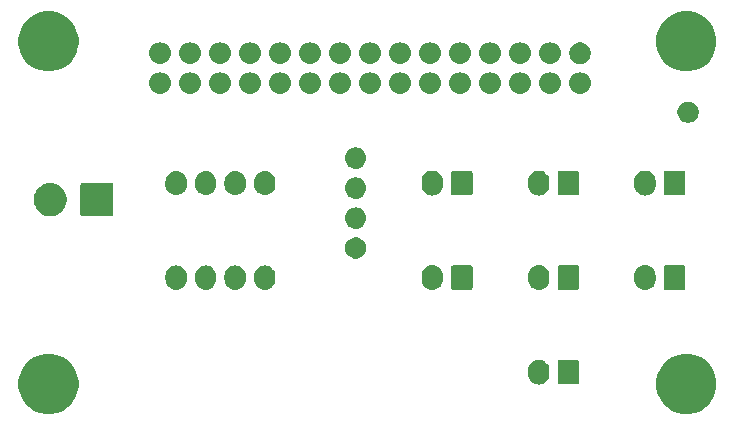
<source format=gbs>
G04 #@! TF.GenerationSoftware,KiCad,Pcbnew,(5.1.4-0-10_14)*
G04 #@! TF.CreationDate,2019-10-10T23:12:08+03:00*
G04 #@! TF.ProjectId,RibbonCable_MB_BreakdownBoard,52696262-6f6e-4436-9162-6c655f4d425f,rev?*
G04 #@! TF.SameCoordinates,Original*
G04 #@! TF.FileFunction,Soldermask,Bot*
G04 #@! TF.FilePolarity,Negative*
%FSLAX46Y46*%
G04 Gerber Fmt 4.6, Leading zero omitted, Abs format (unit mm)*
G04 Created by KiCad (PCBNEW (5.1.4-0-10_14)) date 2019-10-10 23:12:08*
%MOMM*%
%LPD*%
G04 APERTURE LIST*
%ADD10C,0.150000*%
G04 APERTURE END LIST*
D10*
G36*
X163744098Y-99547033D02*
G01*
X164208350Y-99739332D01*
X164208352Y-99739333D01*
X164626168Y-100018509D01*
X164981491Y-100373832D01*
X165181639Y-100673375D01*
X165260668Y-100791650D01*
X165452967Y-101255902D01*
X165551000Y-101748747D01*
X165551000Y-102251253D01*
X165452967Y-102744098D01*
X165260668Y-103208350D01*
X165260667Y-103208352D01*
X164981491Y-103626168D01*
X164626168Y-103981491D01*
X164208352Y-104260667D01*
X164208351Y-104260668D01*
X164208350Y-104260668D01*
X163744098Y-104452967D01*
X163251253Y-104551000D01*
X162748747Y-104551000D01*
X162255902Y-104452967D01*
X161791650Y-104260668D01*
X161791649Y-104260668D01*
X161791648Y-104260667D01*
X161373832Y-103981491D01*
X161018509Y-103626168D01*
X160739333Y-103208352D01*
X160739332Y-103208350D01*
X160547033Y-102744098D01*
X160449000Y-102251253D01*
X160449000Y-101748747D01*
X160547033Y-101255902D01*
X160739332Y-100791650D01*
X160818361Y-100673375D01*
X161018509Y-100373832D01*
X161373832Y-100018509D01*
X161791648Y-99739333D01*
X161791650Y-99739332D01*
X162255902Y-99547033D01*
X162748747Y-99449000D01*
X163251253Y-99449000D01*
X163744098Y-99547033D01*
X163744098Y-99547033D01*
G37*
G36*
X109744098Y-99547033D02*
G01*
X110208350Y-99739332D01*
X110208352Y-99739333D01*
X110626168Y-100018509D01*
X110981491Y-100373832D01*
X111181639Y-100673375D01*
X111260668Y-100791650D01*
X111452967Y-101255902D01*
X111551000Y-101748747D01*
X111551000Y-102251253D01*
X111452967Y-102744098D01*
X111260668Y-103208350D01*
X111260667Y-103208352D01*
X110981491Y-103626168D01*
X110626168Y-103981491D01*
X110208352Y-104260667D01*
X110208351Y-104260668D01*
X110208350Y-104260668D01*
X109744098Y-104452967D01*
X109251253Y-104551000D01*
X108748747Y-104551000D01*
X108255902Y-104452967D01*
X107791650Y-104260668D01*
X107791649Y-104260668D01*
X107791648Y-104260667D01*
X107373832Y-103981491D01*
X107018509Y-103626168D01*
X106739333Y-103208352D01*
X106739332Y-103208350D01*
X106547033Y-102744098D01*
X106449000Y-102251253D01*
X106449000Y-101748747D01*
X106547033Y-101255902D01*
X106739332Y-100791650D01*
X106818361Y-100673375D01*
X107018509Y-100373832D01*
X107373832Y-100018509D01*
X107791648Y-99739333D01*
X107791650Y-99739332D01*
X108255902Y-99547033D01*
X108748747Y-99449000D01*
X109251253Y-99449000D01*
X109744098Y-99547033D01*
X109744098Y-99547033D01*
G37*
G36*
X150676627Y-99962037D02*
G01*
X150846466Y-100013557D01*
X150846468Y-100013558D01*
X150870899Y-100026617D01*
X151002991Y-100097222D01*
X151038729Y-100126552D01*
X151140186Y-100209814D01*
X151223448Y-100311271D01*
X151252778Y-100347009D01*
X151336443Y-100503534D01*
X151387963Y-100673374D01*
X151401000Y-100805743D01*
X151401000Y-101194258D01*
X151387963Y-101326627D01*
X151336443Y-101496466D01*
X151252778Y-101652991D01*
X151223448Y-101688729D01*
X151140186Y-101790186D01*
X151002989Y-101902779D01*
X150846467Y-101986442D01*
X150846465Y-101986443D01*
X150676626Y-102037963D01*
X150500000Y-102055359D01*
X150323373Y-102037963D01*
X150153534Y-101986443D01*
X149997009Y-101902778D01*
X149954750Y-101868097D01*
X149859814Y-101790186D01*
X149747221Y-101652989D01*
X149663558Y-101496467D01*
X149663557Y-101496465D01*
X149612037Y-101326626D01*
X149599000Y-101194257D01*
X149599000Y-100805742D01*
X149612037Y-100673373D01*
X149663557Y-100503534D01*
X149747222Y-100347009D01*
X149859815Y-100209815D01*
X149997010Y-100097222D01*
X150129102Y-100026617D01*
X150153533Y-100013558D01*
X150153535Y-100013557D01*
X150323374Y-99962037D01*
X150500000Y-99944641D01*
X150676627Y-99962037D01*
X150676627Y-99962037D01*
G37*
G36*
X153758600Y-99952989D02*
G01*
X153791652Y-99963015D01*
X153822103Y-99979292D01*
X153848799Y-100001201D01*
X153870708Y-100027897D01*
X153886985Y-100058348D01*
X153897011Y-100091400D01*
X153901000Y-100131903D01*
X153901000Y-101868097D01*
X153897011Y-101908600D01*
X153886985Y-101941652D01*
X153870708Y-101972103D01*
X153848799Y-101998799D01*
X153822103Y-102020708D01*
X153791652Y-102036985D01*
X153758600Y-102047011D01*
X153718097Y-102051000D01*
X152281903Y-102051000D01*
X152241400Y-102047011D01*
X152208348Y-102036985D01*
X152177897Y-102020708D01*
X152151201Y-101998799D01*
X152129292Y-101972103D01*
X152113015Y-101941652D01*
X152102989Y-101908600D01*
X152099000Y-101868097D01*
X152099000Y-100131903D01*
X152102989Y-100091400D01*
X152113015Y-100058348D01*
X152129292Y-100027897D01*
X152151201Y-100001201D01*
X152177897Y-99979292D01*
X152208348Y-99963015D01*
X152241400Y-99952989D01*
X152281903Y-99949000D01*
X153718097Y-99949000D01*
X153758600Y-99952989D01*
X153758600Y-99952989D01*
G37*
G36*
X141676627Y-91962037D02*
G01*
X141846466Y-92013557D01*
X142002991Y-92097222D01*
X142033452Y-92122221D01*
X142140186Y-92209814D01*
X142223448Y-92311271D01*
X142252778Y-92347009D01*
X142336443Y-92503534D01*
X142387963Y-92673374D01*
X142401000Y-92805743D01*
X142401000Y-93194258D01*
X142387963Y-93326627D01*
X142336443Y-93496466D01*
X142252778Y-93652991D01*
X142223448Y-93688729D01*
X142140186Y-93790186D01*
X142002989Y-93902779D01*
X141846467Y-93986442D01*
X141846465Y-93986443D01*
X141676626Y-94037963D01*
X141500000Y-94055359D01*
X141323373Y-94037963D01*
X141153534Y-93986443D01*
X140997009Y-93902778D01*
X140954750Y-93868097D01*
X140859814Y-93790186D01*
X140747221Y-93652989D01*
X140663558Y-93496467D01*
X140663557Y-93496465D01*
X140612037Y-93326626D01*
X140599000Y-93194257D01*
X140599000Y-92805742D01*
X140612037Y-92673373D01*
X140663557Y-92503534D01*
X140747222Y-92347009D01*
X140859815Y-92209815D01*
X140997010Y-92097222D01*
X141153535Y-92013557D01*
X141323374Y-91962037D01*
X141500000Y-91944641D01*
X141676627Y-91962037D01*
X141676627Y-91962037D01*
G37*
G36*
X150676627Y-91962037D02*
G01*
X150846466Y-92013557D01*
X151002991Y-92097222D01*
X151033452Y-92122221D01*
X151140186Y-92209814D01*
X151223448Y-92311271D01*
X151252778Y-92347009D01*
X151336443Y-92503534D01*
X151387963Y-92673374D01*
X151401000Y-92805743D01*
X151401000Y-93194258D01*
X151387963Y-93326627D01*
X151336443Y-93496466D01*
X151252778Y-93652991D01*
X151223448Y-93688729D01*
X151140186Y-93790186D01*
X151002989Y-93902779D01*
X150846467Y-93986442D01*
X150846465Y-93986443D01*
X150676626Y-94037963D01*
X150500000Y-94055359D01*
X150323373Y-94037963D01*
X150153534Y-93986443D01*
X149997009Y-93902778D01*
X149954750Y-93868097D01*
X149859814Y-93790186D01*
X149747221Y-93652989D01*
X149663558Y-93496467D01*
X149663557Y-93496465D01*
X149612037Y-93326626D01*
X149599000Y-93194257D01*
X149599000Y-92805742D01*
X149612037Y-92673373D01*
X149663557Y-92503534D01*
X149747222Y-92347009D01*
X149859815Y-92209815D01*
X149997010Y-92097222D01*
X150153535Y-92013557D01*
X150323374Y-91962037D01*
X150500000Y-91944641D01*
X150676627Y-91962037D01*
X150676627Y-91962037D01*
G37*
G36*
X159676627Y-91962037D02*
G01*
X159846466Y-92013557D01*
X160002991Y-92097222D01*
X160033452Y-92122221D01*
X160140186Y-92209814D01*
X160223448Y-92311271D01*
X160252778Y-92347009D01*
X160336443Y-92503534D01*
X160387963Y-92673374D01*
X160401000Y-92805743D01*
X160401000Y-93194258D01*
X160387963Y-93326627D01*
X160336443Y-93496466D01*
X160252778Y-93652991D01*
X160223448Y-93688729D01*
X160140186Y-93790186D01*
X160002989Y-93902779D01*
X159846467Y-93986442D01*
X159846465Y-93986443D01*
X159676626Y-94037963D01*
X159500000Y-94055359D01*
X159323373Y-94037963D01*
X159153534Y-93986443D01*
X158997009Y-93902778D01*
X158954750Y-93868097D01*
X158859814Y-93790186D01*
X158747221Y-93652989D01*
X158663558Y-93496467D01*
X158663557Y-93496465D01*
X158612037Y-93326626D01*
X158599000Y-93194257D01*
X158599000Y-92805742D01*
X158612037Y-92673373D01*
X158663557Y-92503534D01*
X158747222Y-92347009D01*
X158859815Y-92209815D01*
X158997010Y-92097222D01*
X159153535Y-92013557D01*
X159323374Y-91962037D01*
X159500000Y-91944641D01*
X159676627Y-91962037D01*
X159676627Y-91962037D01*
G37*
G36*
X162758600Y-91952989D02*
G01*
X162791652Y-91963015D01*
X162822103Y-91979292D01*
X162848799Y-92001201D01*
X162870708Y-92027897D01*
X162886985Y-92058348D01*
X162897011Y-92091400D01*
X162901000Y-92131903D01*
X162901000Y-93868097D01*
X162897011Y-93908600D01*
X162886985Y-93941652D01*
X162870708Y-93972103D01*
X162848799Y-93998799D01*
X162822103Y-94020708D01*
X162791652Y-94036985D01*
X162758600Y-94047011D01*
X162718097Y-94051000D01*
X161281903Y-94051000D01*
X161241400Y-94047011D01*
X161208348Y-94036985D01*
X161177897Y-94020708D01*
X161151201Y-93998799D01*
X161129292Y-93972103D01*
X161113015Y-93941652D01*
X161102989Y-93908600D01*
X161099000Y-93868097D01*
X161099000Y-92131903D01*
X161102989Y-92091400D01*
X161113015Y-92058348D01*
X161129292Y-92027897D01*
X161151201Y-92001201D01*
X161177897Y-91979292D01*
X161208348Y-91963015D01*
X161241400Y-91952989D01*
X161281903Y-91949000D01*
X162718097Y-91949000D01*
X162758600Y-91952989D01*
X162758600Y-91952989D01*
G37*
G36*
X153758600Y-91952989D02*
G01*
X153791652Y-91963015D01*
X153822103Y-91979292D01*
X153848799Y-92001201D01*
X153870708Y-92027897D01*
X153886985Y-92058348D01*
X153897011Y-92091400D01*
X153901000Y-92131903D01*
X153901000Y-93868097D01*
X153897011Y-93908600D01*
X153886985Y-93941652D01*
X153870708Y-93972103D01*
X153848799Y-93998799D01*
X153822103Y-94020708D01*
X153791652Y-94036985D01*
X153758600Y-94047011D01*
X153718097Y-94051000D01*
X152281903Y-94051000D01*
X152241400Y-94047011D01*
X152208348Y-94036985D01*
X152177897Y-94020708D01*
X152151201Y-93998799D01*
X152129292Y-93972103D01*
X152113015Y-93941652D01*
X152102989Y-93908600D01*
X152099000Y-93868097D01*
X152099000Y-92131903D01*
X152102989Y-92091400D01*
X152113015Y-92058348D01*
X152129292Y-92027897D01*
X152151201Y-92001201D01*
X152177897Y-91979292D01*
X152208348Y-91963015D01*
X152241400Y-91952989D01*
X152281903Y-91949000D01*
X153718097Y-91949000D01*
X153758600Y-91952989D01*
X153758600Y-91952989D01*
G37*
G36*
X144758600Y-91952989D02*
G01*
X144791652Y-91963015D01*
X144822103Y-91979292D01*
X144848799Y-92001201D01*
X144870708Y-92027897D01*
X144886985Y-92058348D01*
X144897011Y-92091400D01*
X144901000Y-92131903D01*
X144901000Y-93868097D01*
X144897011Y-93908600D01*
X144886985Y-93941652D01*
X144870708Y-93972103D01*
X144848799Y-93998799D01*
X144822103Y-94020708D01*
X144791652Y-94036985D01*
X144758600Y-94047011D01*
X144718097Y-94051000D01*
X143281903Y-94051000D01*
X143241400Y-94047011D01*
X143208348Y-94036985D01*
X143177897Y-94020708D01*
X143151201Y-93998799D01*
X143129292Y-93972103D01*
X143113015Y-93941652D01*
X143102989Y-93908600D01*
X143099000Y-93868097D01*
X143099000Y-92131903D01*
X143102989Y-92091400D01*
X143113015Y-92058348D01*
X143129292Y-92027897D01*
X143151201Y-92001201D01*
X143177897Y-91979292D01*
X143208348Y-91963015D01*
X143241400Y-91952989D01*
X143281903Y-91949000D01*
X144718097Y-91949000D01*
X144758600Y-91952989D01*
X144758600Y-91952989D01*
G37*
G36*
X119976627Y-91987037D02*
G01*
X120146466Y-92038557D01*
X120302991Y-92122222D01*
X120314787Y-92131903D01*
X120440186Y-92234814D01*
X120523448Y-92336271D01*
X120552778Y-92372009D01*
X120636443Y-92528534D01*
X120687963Y-92698374D01*
X120687963Y-92698376D01*
X120698538Y-92805740D01*
X120701000Y-92830743D01*
X120701000Y-93169258D01*
X120687963Y-93301627D01*
X120636443Y-93471466D01*
X120552778Y-93627991D01*
X120532262Y-93652990D01*
X120440186Y-93765186D01*
X120302989Y-93877779D01*
X120256219Y-93902778D01*
X120146465Y-93961443D01*
X119976626Y-94012963D01*
X119800000Y-94030359D01*
X119623373Y-94012963D01*
X119453534Y-93961443D01*
X119297009Y-93877778D01*
X119248173Y-93837699D01*
X119159814Y-93765186D01*
X119047221Y-93627989D01*
X118963558Y-93471467D01*
X118963557Y-93471465D01*
X118912037Y-93301626D01*
X118905518Y-93235441D01*
X118899000Y-93169259D01*
X118899000Y-92830740D01*
X118912037Y-92698375D01*
X118912037Y-92698373D01*
X118963557Y-92528534D01*
X119047222Y-92372009D01*
X119159815Y-92234815D01*
X119297010Y-92122222D01*
X119453535Y-92038557D01*
X119623374Y-91987037D01*
X119800000Y-91969641D01*
X119976627Y-91987037D01*
X119976627Y-91987037D01*
G37*
G36*
X122476627Y-91987037D02*
G01*
X122646466Y-92038557D01*
X122802991Y-92122222D01*
X122814787Y-92131903D01*
X122940186Y-92234814D01*
X123023448Y-92336271D01*
X123052778Y-92372009D01*
X123136443Y-92528534D01*
X123187963Y-92698374D01*
X123187963Y-92698376D01*
X123198538Y-92805740D01*
X123201000Y-92830743D01*
X123201000Y-93169258D01*
X123187963Y-93301627D01*
X123136443Y-93471466D01*
X123052778Y-93627991D01*
X123032262Y-93652990D01*
X122940186Y-93765186D01*
X122802989Y-93877779D01*
X122756219Y-93902778D01*
X122646465Y-93961443D01*
X122476626Y-94012963D01*
X122300000Y-94030359D01*
X122123373Y-94012963D01*
X121953534Y-93961443D01*
X121797009Y-93877778D01*
X121748173Y-93837699D01*
X121659814Y-93765186D01*
X121547221Y-93627989D01*
X121463558Y-93471467D01*
X121463557Y-93471465D01*
X121412037Y-93301626D01*
X121405518Y-93235441D01*
X121399000Y-93169259D01*
X121399000Y-92830740D01*
X121412037Y-92698375D01*
X121412037Y-92698373D01*
X121463557Y-92528534D01*
X121547222Y-92372009D01*
X121659815Y-92234815D01*
X121797010Y-92122222D01*
X121953535Y-92038557D01*
X122123374Y-91987037D01*
X122300000Y-91969641D01*
X122476627Y-91987037D01*
X122476627Y-91987037D01*
G37*
G36*
X124976627Y-91987037D02*
G01*
X125146466Y-92038557D01*
X125302991Y-92122222D01*
X125314787Y-92131903D01*
X125440186Y-92234814D01*
X125523448Y-92336271D01*
X125552778Y-92372009D01*
X125636443Y-92528534D01*
X125687963Y-92698374D01*
X125687963Y-92698376D01*
X125698538Y-92805740D01*
X125701000Y-92830743D01*
X125701000Y-93169258D01*
X125687963Y-93301627D01*
X125636443Y-93471466D01*
X125552778Y-93627991D01*
X125532262Y-93652990D01*
X125440186Y-93765186D01*
X125302989Y-93877779D01*
X125256219Y-93902778D01*
X125146465Y-93961443D01*
X124976626Y-94012963D01*
X124800000Y-94030359D01*
X124623373Y-94012963D01*
X124453534Y-93961443D01*
X124297009Y-93877778D01*
X124248173Y-93837699D01*
X124159814Y-93765186D01*
X124047221Y-93627989D01*
X123963558Y-93471467D01*
X123963557Y-93471465D01*
X123912037Y-93301626D01*
X123905518Y-93235441D01*
X123899000Y-93169259D01*
X123899000Y-92830740D01*
X123912037Y-92698375D01*
X123912037Y-92698373D01*
X123963557Y-92528534D01*
X124047222Y-92372009D01*
X124159815Y-92234815D01*
X124297010Y-92122222D01*
X124453535Y-92038557D01*
X124623374Y-91987037D01*
X124800000Y-91969641D01*
X124976627Y-91987037D01*
X124976627Y-91987037D01*
G37*
G36*
X127476627Y-91987037D02*
G01*
X127646466Y-92038557D01*
X127802991Y-92122222D01*
X127814787Y-92131903D01*
X127940186Y-92234814D01*
X128023448Y-92336271D01*
X128052778Y-92372009D01*
X128136443Y-92528534D01*
X128187963Y-92698374D01*
X128187963Y-92698376D01*
X128198538Y-92805740D01*
X128201000Y-92830743D01*
X128201000Y-93169258D01*
X128187963Y-93301627D01*
X128136443Y-93471466D01*
X128052778Y-93627991D01*
X128032262Y-93652990D01*
X127940186Y-93765186D01*
X127802989Y-93877779D01*
X127756219Y-93902778D01*
X127646465Y-93961443D01*
X127476626Y-94012963D01*
X127300000Y-94030359D01*
X127123373Y-94012963D01*
X126953534Y-93961443D01*
X126797009Y-93877778D01*
X126748173Y-93837699D01*
X126659814Y-93765186D01*
X126547221Y-93627989D01*
X126463558Y-93471467D01*
X126463557Y-93471465D01*
X126412037Y-93301626D01*
X126405518Y-93235441D01*
X126399000Y-93169259D01*
X126399000Y-92830740D01*
X126412037Y-92698375D01*
X126412037Y-92698373D01*
X126463557Y-92528534D01*
X126547222Y-92372009D01*
X126659815Y-92234815D01*
X126797010Y-92122222D01*
X126953535Y-92038557D01*
X127123374Y-91987037D01*
X127300000Y-91969641D01*
X127476627Y-91987037D01*
X127476627Y-91987037D01*
G37*
G36*
X135113512Y-89603927D02*
G01*
X135262812Y-89633624D01*
X135426784Y-89701544D01*
X135574354Y-89800147D01*
X135699853Y-89925646D01*
X135798456Y-90073216D01*
X135866376Y-90237188D01*
X135901000Y-90411259D01*
X135901000Y-90588741D01*
X135866376Y-90762812D01*
X135798456Y-90926784D01*
X135699853Y-91074354D01*
X135574354Y-91199853D01*
X135426784Y-91298456D01*
X135262812Y-91366376D01*
X135113512Y-91396073D01*
X135088742Y-91401000D01*
X134911258Y-91401000D01*
X134886488Y-91396073D01*
X134737188Y-91366376D01*
X134573216Y-91298456D01*
X134425646Y-91199853D01*
X134300147Y-91074354D01*
X134201544Y-90926784D01*
X134133624Y-90762812D01*
X134099000Y-90588741D01*
X134099000Y-90411259D01*
X134133624Y-90237188D01*
X134201544Y-90073216D01*
X134300147Y-89925646D01*
X134425646Y-89800147D01*
X134573216Y-89701544D01*
X134737188Y-89633624D01*
X134886488Y-89603927D01*
X134911258Y-89599000D01*
X135088742Y-89599000D01*
X135113512Y-89603927D01*
X135113512Y-89603927D01*
G37*
G36*
X135091177Y-87063621D02*
G01*
X135176627Y-87072037D01*
X135346466Y-87123557D01*
X135502991Y-87207222D01*
X135538729Y-87236552D01*
X135640186Y-87319814D01*
X135723448Y-87421271D01*
X135752778Y-87457009D01*
X135836443Y-87613534D01*
X135887963Y-87783373D01*
X135905359Y-87960000D01*
X135887963Y-88136627D01*
X135836443Y-88306466D01*
X135752778Y-88462991D01*
X135723448Y-88498729D01*
X135640186Y-88600186D01*
X135538729Y-88683448D01*
X135502991Y-88712778D01*
X135346466Y-88796443D01*
X135176627Y-88847963D01*
X135110442Y-88854482D01*
X135044260Y-88861000D01*
X134955740Y-88861000D01*
X134889558Y-88854482D01*
X134823373Y-88847963D01*
X134653534Y-88796443D01*
X134497009Y-88712778D01*
X134461271Y-88683448D01*
X134359814Y-88600186D01*
X134276552Y-88498729D01*
X134247222Y-88462991D01*
X134163557Y-88306466D01*
X134112037Y-88136627D01*
X134094641Y-87960000D01*
X134112037Y-87783373D01*
X134163557Y-87613534D01*
X134247222Y-87457009D01*
X134276552Y-87421271D01*
X134359814Y-87319814D01*
X134461271Y-87236552D01*
X134497009Y-87207222D01*
X134653534Y-87123557D01*
X134823373Y-87072037D01*
X134908823Y-87063621D01*
X134955740Y-87059000D01*
X135044260Y-87059000D01*
X135091177Y-87063621D01*
X135091177Y-87063621D01*
G37*
G36*
X114374031Y-85002621D02*
G01*
X114403486Y-85011556D01*
X114430623Y-85026062D01*
X114454414Y-85045586D01*
X114473938Y-85069377D01*
X114488444Y-85096514D01*
X114497379Y-85125969D01*
X114501000Y-85162734D01*
X114501000Y-87637266D01*
X114497379Y-87674031D01*
X114488444Y-87703486D01*
X114473938Y-87730623D01*
X114454414Y-87754414D01*
X114430623Y-87773938D01*
X114403486Y-87788444D01*
X114374031Y-87797379D01*
X114337266Y-87801000D01*
X111862734Y-87801000D01*
X111825969Y-87797379D01*
X111796514Y-87788444D01*
X111769377Y-87773938D01*
X111745586Y-87754414D01*
X111726062Y-87730623D01*
X111711556Y-87703486D01*
X111702621Y-87674031D01*
X111699000Y-87637266D01*
X111699000Y-85162734D01*
X111702621Y-85125969D01*
X111711556Y-85096514D01*
X111726062Y-85069377D01*
X111745586Y-85045586D01*
X111769377Y-85026062D01*
X111796514Y-85011556D01*
X111825969Y-85002621D01*
X111862734Y-84999000D01*
X114337266Y-84999000D01*
X114374031Y-85002621D01*
X114374031Y-85002621D01*
G37*
G36*
X109414038Y-85026062D02*
G01*
X109548657Y-85052839D01*
X109654097Y-85096514D01*
X109803621Y-85158449D01*
X109857211Y-85194257D01*
X110033086Y-85311772D01*
X110228228Y-85506914D01*
X110325832Y-85652989D01*
X110381551Y-85736379D01*
X110423519Y-85837699D01*
X110487161Y-85991343D01*
X110505107Y-86081567D01*
X110541000Y-86262012D01*
X110541000Y-86537988D01*
X110487161Y-86808656D01*
X110381551Y-87063621D01*
X110341503Y-87123557D01*
X110228228Y-87293086D01*
X110033086Y-87488228D01*
X109953276Y-87541555D01*
X109803621Y-87641551D01*
X109725207Y-87674031D01*
X109548657Y-87747161D01*
X109458433Y-87765107D01*
X109277988Y-87801000D01*
X109002012Y-87801000D01*
X108821567Y-87765107D01*
X108731343Y-87747161D01*
X108554793Y-87674031D01*
X108476379Y-87641551D01*
X108326724Y-87541555D01*
X108246914Y-87488228D01*
X108051772Y-87293086D01*
X107938497Y-87123557D01*
X107898449Y-87063621D01*
X107792839Y-86808656D01*
X107739000Y-86537988D01*
X107739000Y-86262012D01*
X107774893Y-86081567D01*
X107792839Y-85991343D01*
X107856481Y-85837699D01*
X107898449Y-85736379D01*
X107954168Y-85652989D01*
X108051772Y-85506914D01*
X108246914Y-85311772D01*
X108422789Y-85194257D01*
X108476379Y-85158449D01*
X108625903Y-85096514D01*
X108731343Y-85052839D01*
X108865962Y-85026062D01*
X109002012Y-84999000D01*
X109277988Y-84999000D01*
X109414038Y-85026062D01*
X109414038Y-85026062D01*
G37*
G36*
X135110442Y-84525518D02*
G01*
X135176627Y-84532037D01*
X135346466Y-84583557D01*
X135502991Y-84667222D01*
X135538729Y-84696552D01*
X135640186Y-84779814D01*
X135723448Y-84881271D01*
X135752778Y-84917009D01*
X135752779Y-84917011D01*
X135811069Y-85026062D01*
X135836443Y-85073534D01*
X135887963Y-85243373D01*
X135905359Y-85420000D01*
X135887963Y-85596627D01*
X135836443Y-85766466D01*
X135752778Y-85922991D01*
X135744378Y-85933226D01*
X135640186Y-86060186D01*
X135538729Y-86143448D01*
X135502991Y-86172778D01*
X135346466Y-86256443D01*
X135176627Y-86307963D01*
X135110443Y-86314481D01*
X135044260Y-86321000D01*
X134955740Y-86321000D01*
X134889557Y-86314481D01*
X134823373Y-86307963D01*
X134653534Y-86256443D01*
X134497009Y-86172778D01*
X134461271Y-86143448D01*
X134359814Y-86060186D01*
X134255622Y-85933226D01*
X134247222Y-85922991D01*
X134163557Y-85766466D01*
X134112037Y-85596627D01*
X134094641Y-85420000D01*
X134112037Y-85243373D01*
X134163557Y-85073534D01*
X134188932Y-85026062D01*
X134247221Y-84917011D01*
X134247222Y-84917009D01*
X134276552Y-84881271D01*
X134359814Y-84779814D01*
X134461271Y-84696552D01*
X134497009Y-84667222D01*
X134653534Y-84583557D01*
X134823373Y-84532037D01*
X134889558Y-84525518D01*
X134955740Y-84519000D01*
X135044260Y-84519000D01*
X135110442Y-84525518D01*
X135110442Y-84525518D01*
G37*
G36*
X141676627Y-83962037D02*
G01*
X141846466Y-84013557D01*
X142002991Y-84097222D01*
X142033452Y-84122221D01*
X142140186Y-84209814D01*
X142223448Y-84311271D01*
X142252778Y-84347009D01*
X142336443Y-84503534D01*
X142387963Y-84673374D01*
X142387963Y-84673376D01*
X142401000Y-84805741D01*
X142401000Y-85194260D01*
X142394678Y-85258445D01*
X142387963Y-85326627D01*
X142336443Y-85496466D01*
X142252778Y-85652991D01*
X142223448Y-85688729D01*
X142140186Y-85790186D01*
X142002989Y-85902779D01*
X141846467Y-85986442D01*
X141846465Y-85986443D01*
X141676626Y-86037963D01*
X141500000Y-86055359D01*
X141323373Y-86037963D01*
X141153534Y-85986443D01*
X140997009Y-85902778D01*
X140954750Y-85868097D01*
X140859814Y-85790186D01*
X140747221Y-85652989D01*
X140663558Y-85496467D01*
X140663557Y-85496465D01*
X140612037Y-85326626D01*
X140599000Y-85194257D01*
X140599000Y-84805742D01*
X140601554Y-84779815D01*
X140605519Y-84739557D01*
X140612037Y-84673373D01*
X140663557Y-84503534D01*
X140747222Y-84347009D01*
X140859815Y-84209815D01*
X140997010Y-84097222D01*
X141153535Y-84013557D01*
X141323374Y-83962037D01*
X141500000Y-83944641D01*
X141676627Y-83962037D01*
X141676627Y-83962037D01*
G37*
G36*
X150676627Y-83962037D02*
G01*
X150846466Y-84013557D01*
X151002991Y-84097222D01*
X151033452Y-84122221D01*
X151140186Y-84209814D01*
X151223448Y-84311271D01*
X151252778Y-84347009D01*
X151336443Y-84503534D01*
X151387963Y-84673374D01*
X151387963Y-84673376D01*
X151401000Y-84805741D01*
X151401000Y-85194260D01*
X151394678Y-85258445D01*
X151387963Y-85326627D01*
X151336443Y-85496466D01*
X151252778Y-85652991D01*
X151223448Y-85688729D01*
X151140186Y-85790186D01*
X151002989Y-85902779D01*
X150846467Y-85986442D01*
X150846465Y-85986443D01*
X150676626Y-86037963D01*
X150500000Y-86055359D01*
X150323373Y-86037963D01*
X150153534Y-85986443D01*
X149997009Y-85902778D01*
X149954750Y-85868097D01*
X149859814Y-85790186D01*
X149747221Y-85652989D01*
X149663558Y-85496467D01*
X149663557Y-85496465D01*
X149612037Y-85326626D01*
X149599000Y-85194257D01*
X149599000Y-84805742D01*
X149601554Y-84779815D01*
X149605519Y-84739557D01*
X149612037Y-84673373D01*
X149663557Y-84503534D01*
X149747222Y-84347009D01*
X149859815Y-84209815D01*
X149997010Y-84097222D01*
X150153535Y-84013557D01*
X150323374Y-83962037D01*
X150500000Y-83944641D01*
X150676627Y-83962037D01*
X150676627Y-83962037D01*
G37*
G36*
X159676627Y-83962037D02*
G01*
X159846466Y-84013557D01*
X160002991Y-84097222D01*
X160033452Y-84122221D01*
X160140186Y-84209814D01*
X160223448Y-84311271D01*
X160252778Y-84347009D01*
X160336443Y-84503534D01*
X160387963Y-84673374D01*
X160387963Y-84673376D01*
X160401000Y-84805741D01*
X160401000Y-85194260D01*
X160394678Y-85258445D01*
X160387963Y-85326627D01*
X160336443Y-85496466D01*
X160252778Y-85652991D01*
X160223448Y-85688729D01*
X160140186Y-85790186D01*
X160002989Y-85902779D01*
X159846467Y-85986442D01*
X159846465Y-85986443D01*
X159676626Y-86037963D01*
X159500000Y-86055359D01*
X159323373Y-86037963D01*
X159153534Y-85986443D01*
X158997009Y-85902778D01*
X158954750Y-85868097D01*
X158859814Y-85790186D01*
X158747221Y-85652989D01*
X158663558Y-85496467D01*
X158663557Y-85496465D01*
X158612037Y-85326626D01*
X158599000Y-85194257D01*
X158599000Y-84805742D01*
X158601554Y-84779815D01*
X158605519Y-84739557D01*
X158612037Y-84673373D01*
X158663557Y-84503534D01*
X158747222Y-84347009D01*
X158859815Y-84209815D01*
X158997010Y-84097222D01*
X159153535Y-84013557D01*
X159323374Y-83962037D01*
X159500000Y-83944641D01*
X159676627Y-83962037D01*
X159676627Y-83962037D01*
G37*
G36*
X162758600Y-83952989D02*
G01*
X162791652Y-83963015D01*
X162822103Y-83979292D01*
X162848799Y-84001201D01*
X162870708Y-84027897D01*
X162886985Y-84058348D01*
X162897011Y-84091400D01*
X162901000Y-84131903D01*
X162901000Y-85868097D01*
X162897011Y-85908600D01*
X162886985Y-85941652D01*
X162870708Y-85972103D01*
X162848799Y-85998799D01*
X162822103Y-86020708D01*
X162791652Y-86036985D01*
X162758600Y-86047011D01*
X162718097Y-86051000D01*
X161281903Y-86051000D01*
X161241400Y-86047011D01*
X161208348Y-86036985D01*
X161177897Y-86020708D01*
X161151201Y-85998799D01*
X161129292Y-85972103D01*
X161113015Y-85941652D01*
X161102989Y-85908600D01*
X161099000Y-85868097D01*
X161099000Y-84131903D01*
X161102989Y-84091400D01*
X161113015Y-84058348D01*
X161129292Y-84027897D01*
X161151201Y-84001201D01*
X161177897Y-83979292D01*
X161208348Y-83963015D01*
X161241400Y-83952989D01*
X161281903Y-83949000D01*
X162718097Y-83949000D01*
X162758600Y-83952989D01*
X162758600Y-83952989D01*
G37*
G36*
X144758600Y-83952989D02*
G01*
X144791652Y-83963015D01*
X144822103Y-83979292D01*
X144848799Y-84001201D01*
X144870708Y-84027897D01*
X144886985Y-84058348D01*
X144897011Y-84091400D01*
X144901000Y-84131903D01*
X144901000Y-85868097D01*
X144897011Y-85908600D01*
X144886985Y-85941652D01*
X144870708Y-85972103D01*
X144848799Y-85998799D01*
X144822103Y-86020708D01*
X144791652Y-86036985D01*
X144758600Y-86047011D01*
X144718097Y-86051000D01*
X143281903Y-86051000D01*
X143241400Y-86047011D01*
X143208348Y-86036985D01*
X143177897Y-86020708D01*
X143151201Y-85998799D01*
X143129292Y-85972103D01*
X143113015Y-85941652D01*
X143102989Y-85908600D01*
X143099000Y-85868097D01*
X143099000Y-84131903D01*
X143102989Y-84091400D01*
X143113015Y-84058348D01*
X143129292Y-84027897D01*
X143151201Y-84001201D01*
X143177897Y-83979292D01*
X143208348Y-83963015D01*
X143241400Y-83952989D01*
X143281903Y-83949000D01*
X144718097Y-83949000D01*
X144758600Y-83952989D01*
X144758600Y-83952989D01*
G37*
G36*
X153758600Y-83952989D02*
G01*
X153791652Y-83963015D01*
X153822103Y-83979292D01*
X153848799Y-84001201D01*
X153870708Y-84027897D01*
X153886985Y-84058348D01*
X153897011Y-84091400D01*
X153901000Y-84131903D01*
X153901000Y-85868097D01*
X153897011Y-85908600D01*
X153886985Y-85941652D01*
X153870708Y-85972103D01*
X153848799Y-85998799D01*
X153822103Y-86020708D01*
X153791652Y-86036985D01*
X153758600Y-86047011D01*
X153718097Y-86051000D01*
X152281903Y-86051000D01*
X152241400Y-86047011D01*
X152208348Y-86036985D01*
X152177897Y-86020708D01*
X152151201Y-85998799D01*
X152129292Y-85972103D01*
X152113015Y-85941652D01*
X152102989Y-85908600D01*
X152099000Y-85868097D01*
X152099000Y-84131903D01*
X152102989Y-84091400D01*
X152113015Y-84058348D01*
X152129292Y-84027897D01*
X152151201Y-84001201D01*
X152177897Y-83979292D01*
X152208348Y-83963015D01*
X152241400Y-83952989D01*
X152281903Y-83949000D01*
X153718097Y-83949000D01*
X153758600Y-83952989D01*
X153758600Y-83952989D01*
G37*
G36*
X119976627Y-83987037D02*
G01*
X120146466Y-84038557D01*
X120302991Y-84122222D01*
X120314787Y-84131903D01*
X120440186Y-84234814D01*
X120523448Y-84336271D01*
X120552778Y-84372009D01*
X120636443Y-84528534D01*
X120687963Y-84698374D01*
X120687963Y-84698376D01*
X120698538Y-84805740D01*
X120701000Y-84830743D01*
X120701000Y-85169258D01*
X120687963Y-85301627D01*
X120636443Y-85471466D01*
X120552778Y-85627991D01*
X120532262Y-85652990D01*
X120440186Y-85765186D01*
X120302989Y-85877779D01*
X120199255Y-85933226D01*
X120146465Y-85961443D01*
X119976626Y-86012963D01*
X119800000Y-86030359D01*
X119623373Y-86012963D01*
X119453534Y-85961443D01*
X119297009Y-85877778D01*
X119248173Y-85837699D01*
X119159814Y-85765186D01*
X119047221Y-85627989D01*
X118963558Y-85471467D01*
X118963557Y-85471465D01*
X118912037Y-85301626D01*
X118902799Y-85207830D01*
X118899000Y-85169259D01*
X118899000Y-84830740D01*
X118912037Y-84698375D01*
X118912037Y-84698373D01*
X118963557Y-84528534D01*
X119047222Y-84372009D01*
X119159815Y-84234815D01*
X119297010Y-84122222D01*
X119453535Y-84038557D01*
X119623374Y-83987037D01*
X119800000Y-83969641D01*
X119976627Y-83987037D01*
X119976627Y-83987037D01*
G37*
G36*
X122476627Y-83987037D02*
G01*
X122646466Y-84038557D01*
X122802991Y-84122222D01*
X122814787Y-84131903D01*
X122940186Y-84234814D01*
X123023448Y-84336271D01*
X123052778Y-84372009D01*
X123136443Y-84528534D01*
X123187963Y-84698374D01*
X123187963Y-84698376D01*
X123198538Y-84805740D01*
X123201000Y-84830743D01*
X123201000Y-85169258D01*
X123187963Y-85301627D01*
X123136443Y-85471466D01*
X123052778Y-85627991D01*
X123032262Y-85652990D01*
X122940186Y-85765186D01*
X122802989Y-85877779D01*
X122699255Y-85933226D01*
X122646465Y-85961443D01*
X122476626Y-86012963D01*
X122300000Y-86030359D01*
X122123373Y-86012963D01*
X121953534Y-85961443D01*
X121797009Y-85877778D01*
X121748173Y-85837699D01*
X121659814Y-85765186D01*
X121547221Y-85627989D01*
X121463558Y-85471467D01*
X121463557Y-85471465D01*
X121412037Y-85301626D01*
X121402799Y-85207830D01*
X121399000Y-85169259D01*
X121399000Y-84830740D01*
X121412037Y-84698375D01*
X121412037Y-84698373D01*
X121463557Y-84528534D01*
X121547222Y-84372009D01*
X121659815Y-84234815D01*
X121797010Y-84122222D01*
X121953535Y-84038557D01*
X122123374Y-83987037D01*
X122300000Y-83969641D01*
X122476627Y-83987037D01*
X122476627Y-83987037D01*
G37*
G36*
X124976627Y-83987037D02*
G01*
X125146466Y-84038557D01*
X125302991Y-84122222D01*
X125314787Y-84131903D01*
X125440186Y-84234814D01*
X125523448Y-84336271D01*
X125552778Y-84372009D01*
X125636443Y-84528534D01*
X125687963Y-84698374D01*
X125687963Y-84698376D01*
X125698538Y-84805740D01*
X125701000Y-84830743D01*
X125701000Y-85169258D01*
X125687963Y-85301627D01*
X125636443Y-85471466D01*
X125552778Y-85627991D01*
X125532262Y-85652990D01*
X125440186Y-85765186D01*
X125302989Y-85877779D01*
X125199255Y-85933226D01*
X125146465Y-85961443D01*
X124976626Y-86012963D01*
X124800000Y-86030359D01*
X124623373Y-86012963D01*
X124453534Y-85961443D01*
X124297009Y-85877778D01*
X124248173Y-85837699D01*
X124159814Y-85765186D01*
X124047221Y-85627989D01*
X123963558Y-85471467D01*
X123963557Y-85471465D01*
X123912037Y-85301626D01*
X123902799Y-85207830D01*
X123899000Y-85169259D01*
X123899000Y-84830740D01*
X123912037Y-84698375D01*
X123912037Y-84698373D01*
X123963557Y-84528534D01*
X124047222Y-84372009D01*
X124159815Y-84234815D01*
X124297010Y-84122222D01*
X124453535Y-84038557D01*
X124623374Y-83987037D01*
X124800000Y-83969641D01*
X124976627Y-83987037D01*
X124976627Y-83987037D01*
G37*
G36*
X127476627Y-83987037D02*
G01*
X127646466Y-84038557D01*
X127802991Y-84122222D01*
X127814787Y-84131903D01*
X127940186Y-84234814D01*
X128023448Y-84336271D01*
X128052778Y-84372009D01*
X128136443Y-84528534D01*
X128187963Y-84698374D01*
X128187963Y-84698376D01*
X128198538Y-84805740D01*
X128201000Y-84830743D01*
X128201000Y-85169258D01*
X128187963Y-85301627D01*
X128136443Y-85471466D01*
X128052778Y-85627991D01*
X128032262Y-85652990D01*
X127940186Y-85765186D01*
X127802989Y-85877779D01*
X127699255Y-85933226D01*
X127646465Y-85961443D01*
X127476626Y-86012963D01*
X127300000Y-86030359D01*
X127123373Y-86012963D01*
X126953534Y-85961443D01*
X126797009Y-85877778D01*
X126748173Y-85837699D01*
X126659814Y-85765186D01*
X126547221Y-85627989D01*
X126463558Y-85471467D01*
X126463557Y-85471465D01*
X126412037Y-85301626D01*
X126402799Y-85207830D01*
X126399000Y-85169259D01*
X126399000Y-84830740D01*
X126412037Y-84698375D01*
X126412037Y-84698373D01*
X126463557Y-84528534D01*
X126547222Y-84372009D01*
X126659815Y-84234815D01*
X126797010Y-84122222D01*
X126953535Y-84038557D01*
X127123374Y-83987037D01*
X127300000Y-83969641D01*
X127476627Y-83987037D01*
X127476627Y-83987037D01*
G37*
G36*
X135110443Y-81985519D02*
G01*
X135176627Y-81992037D01*
X135346466Y-82043557D01*
X135502991Y-82127222D01*
X135538729Y-82156552D01*
X135640186Y-82239814D01*
X135723448Y-82341271D01*
X135752778Y-82377009D01*
X135836443Y-82533534D01*
X135887963Y-82703373D01*
X135905359Y-82880000D01*
X135887963Y-83056627D01*
X135836443Y-83226466D01*
X135752778Y-83382991D01*
X135723448Y-83418729D01*
X135640186Y-83520186D01*
X135538729Y-83603448D01*
X135502991Y-83632778D01*
X135346466Y-83716443D01*
X135176627Y-83767963D01*
X135110442Y-83774482D01*
X135044260Y-83781000D01*
X134955740Y-83781000D01*
X134889558Y-83774482D01*
X134823373Y-83767963D01*
X134653534Y-83716443D01*
X134497009Y-83632778D01*
X134461271Y-83603448D01*
X134359814Y-83520186D01*
X134276552Y-83418729D01*
X134247222Y-83382991D01*
X134163557Y-83226466D01*
X134112037Y-83056627D01*
X134094641Y-82880000D01*
X134112037Y-82703373D01*
X134163557Y-82533534D01*
X134247222Y-82377009D01*
X134276552Y-82341271D01*
X134359814Y-82239814D01*
X134461271Y-82156552D01*
X134497009Y-82127222D01*
X134653534Y-82043557D01*
X134823373Y-81992037D01*
X134889557Y-81985519D01*
X134955740Y-81979000D01*
X135044260Y-81979000D01*
X135110443Y-81985519D01*
X135110443Y-81985519D01*
G37*
G36*
X163263512Y-78103927D02*
G01*
X163412812Y-78133624D01*
X163576784Y-78201544D01*
X163724354Y-78300147D01*
X163849853Y-78425646D01*
X163948456Y-78573216D01*
X164016376Y-78737188D01*
X164051000Y-78911259D01*
X164051000Y-79088741D01*
X164016376Y-79262812D01*
X163948456Y-79426784D01*
X163849853Y-79574354D01*
X163724354Y-79699853D01*
X163576784Y-79798456D01*
X163412812Y-79866376D01*
X163263512Y-79896073D01*
X163238742Y-79901000D01*
X163061258Y-79901000D01*
X163036488Y-79896073D01*
X162887188Y-79866376D01*
X162723216Y-79798456D01*
X162575646Y-79699853D01*
X162450147Y-79574354D01*
X162351544Y-79426784D01*
X162283624Y-79262812D01*
X162249000Y-79088741D01*
X162249000Y-78911259D01*
X162283624Y-78737188D01*
X162351544Y-78573216D01*
X162450147Y-78425646D01*
X162575646Y-78300147D01*
X162723216Y-78201544D01*
X162887188Y-78133624D01*
X163036488Y-78103927D01*
X163061258Y-78099000D01*
X163238742Y-78099000D01*
X163263512Y-78103927D01*
X163263512Y-78103927D01*
G37*
G36*
X128779294Y-75638633D02*
G01*
X128951695Y-75690931D01*
X129110583Y-75775858D01*
X129249849Y-75890151D01*
X129364142Y-76029417D01*
X129449069Y-76188305D01*
X129501367Y-76360706D01*
X129519025Y-76540000D01*
X129501367Y-76719294D01*
X129449069Y-76891695D01*
X129364142Y-77050583D01*
X129249849Y-77189849D01*
X129110583Y-77304142D01*
X128951695Y-77389069D01*
X128779294Y-77441367D01*
X128644931Y-77454600D01*
X128555069Y-77454600D01*
X128420706Y-77441367D01*
X128248305Y-77389069D01*
X128089417Y-77304142D01*
X127950151Y-77189849D01*
X127835858Y-77050583D01*
X127750931Y-76891695D01*
X127698633Y-76719294D01*
X127680975Y-76540000D01*
X127698633Y-76360706D01*
X127750931Y-76188305D01*
X127835858Y-76029417D01*
X127950151Y-75890151D01*
X128089417Y-75775858D01*
X128248305Y-75690931D01*
X128420706Y-75638633D01*
X128555069Y-75625400D01*
X128644931Y-75625400D01*
X128779294Y-75638633D01*
X128779294Y-75638633D01*
G37*
G36*
X136399294Y-75638633D02*
G01*
X136571695Y-75690931D01*
X136730583Y-75775858D01*
X136869849Y-75890151D01*
X136984142Y-76029417D01*
X137069069Y-76188305D01*
X137121367Y-76360706D01*
X137139025Y-76540000D01*
X137121367Y-76719294D01*
X137069069Y-76891695D01*
X136984142Y-77050583D01*
X136869849Y-77189849D01*
X136730583Y-77304142D01*
X136571695Y-77389069D01*
X136399294Y-77441367D01*
X136264931Y-77454600D01*
X136175069Y-77454600D01*
X136040706Y-77441367D01*
X135868305Y-77389069D01*
X135709417Y-77304142D01*
X135570151Y-77189849D01*
X135455858Y-77050583D01*
X135370931Y-76891695D01*
X135318633Y-76719294D01*
X135300975Y-76540000D01*
X135318633Y-76360706D01*
X135370931Y-76188305D01*
X135455858Y-76029417D01*
X135570151Y-75890151D01*
X135709417Y-75775858D01*
X135868305Y-75690931D01*
X136040706Y-75638633D01*
X136175069Y-75625400D01*
X136264931Y-75625400D01*
X136399294Y-75638633D01*
X136399294Y-75638633D01*
G37*
G36*
X154179294Y-75638633D02*
G01*
X154351695Y-75690931D01*
X154510583Y-75775858D01*
X154649849Y-75890151D01*
X154764142Y-76029417D01*
X154849069Y-76188305D01*
X154901367Y-76360706D01*
X154919025Y-76540000D01*
X154901367Y-76719294D01*
X154849069Y-76891695D01*
X154764142Y-77050583D01*
X154649849Y-77189849D01*
X154510583Y-77304142D01*
X154351695Y-77389069D01*
X154179294Y-77441367D01*
X154044931Y-77454600D01*
X153955069Y-77454600D01*
X153820706Y-77441367D01*
X153648305Y-77389069D01*
X153489417Y-77304142D01*
X153350151Y-77189849D01*
X153235858Y-77050583D01*
X153150931Y-76891695D01*
X153098633Y-76719294D01*
X153080975Y-76540000D01*
X153098633Y-76360706D01*
X153150931Y-76188305D01*
X153235858Y-76029417D01*
X153350151Y-75890151D01*
X153489417Y-75775858D01*
X153648305Y-75690931D01*
X153820706Y-75638633D01*
X153955069Y-75625400D01*
X154044931Y-75625400D01*
X154179294Y-75638633D01*
X154179294Y-75638633D01*
G37*
G36*
X151639294Y-75638633D02*
G01*
X151811695Y-75690931D01*
X151970583Y-75775858D01*
X152109849Y-75890151D01*
X152224142Y-76029417D01*
X152309069Y-76188305D01*
X152361367Y-76360706D01*
X152379025Y-76540000D01*
X152361367Y-76719294D01*
X152309069Y-76891695D01*
X152224142Y-77050583D01*
X152109849Y-77189849D01*
X151970583Y-77304142D01*
X151811695Y-77389069D01*
X151639294Y-77441367D01*
X151504931Y-77454600D01*
X151415069Y-77454600D01*
X151280706Y-77441367D01*
X151108305Y-77389069D01*
X150949417Y-77304142D01*
X150810151Y-77189849D01*
X150695858Y-77050583D01*
X150610931Y-76891695D01*
X150558633Y-76719294D01*
X150540975Y-76540000D01*
X150558633Y-76360706D01*
X150610931Y-76188305D01*
X150695858Y-76029417D01*
X150810151Y-75890151D01*
X150949417Y-75775858D01*
X151108305Y-75690931D01*
X151280706Y-75638633D01*
X151415069Y-75625400D01*
X151504931Y-75625400D01*
X151639294Y-75638633D01*
X151639294Y-75638633D01*
G37*
G36*
X149099294Y-75638633D02*
G01*
X149271695Y-75690931D01*
X149430583Y-75775858D01*
X149569849Y-75890151D01*
X149684142Y-76029417D01*
X149769069Y-76188305D01*
X149821367Y-76360706D01*
X149839025Y-76540000D01*
X149821367Y-76719294D01*
X149769069Y-76891695D01*
X149684142Y-77050583D01*
X149569849Y-77189849D01*
X149430583Y-77304142D01*
X149271695Y-77389069D01*
X149099294Y-77441367D01*
X148964931Y-77454600D01*
X148875069Y-77454600D01*
X148740706Y-77441367D01*
X148568305Y-77389069D01*
X148409417Y-77304142D01*
X148270151Y-77189849D01*
X148155858Y-77050583D01*
X148070931Y-76891695D01*
X148018633Y-76719294D01*
X148000975Y-76540000D01*
X148018633Y-76360706D01*
X148070931Y-76188305D01*
X148155858Y-76029417D01*
X148270151Y-75890151D01*
X148409417Y-75775858D01*
X148568305Y-75690931D01*
X148740706Y-75638633D01*
X148875069Y-75625400D01*
X148964931Y-75625400D01*
X149099294Y-75638633D01*
X149099294Y-75638633D01*
G37*
G36*
X138939294Y-75638633D02*
G01*
X139111695Y-75690931D01*
X139270583Y-75775858D01*
X139409849Y-75890151D01*
X139524142Y-76029417D01*
X139609069Y-76188305D01*
X139661367Y-76360706D01*
X139679025Y-76540000D01*
X139661367Y-76719294D01*
X139609069Y-76891695D01*
X139524142Y-77050583D01*
X139409849Y-77189849D01*
X139270583Y-77304142D01*
X139111695Y-77389069D01*
X138939294Y-77441367D01*
X138804931Y-77454600D01*
X138715069Y-77454600D01*
X138580706Y-77441367D01*
X138408305Y-77389069D01*
X138249417Y-77304142D01*
X138110151Y-77189849D01*
X137995858Y-77050583D01*
X137910931Y-76891695D01*
X137858633Y-76719294D01*
X137840975Y-76540000D01*
X137858633Y-76360706D01*
X137910931Y-76188305D01*
X137995858Y-76029417D01*
X138110151Y-75890151D01*
X138249417Y-75775858D01*
X138408305Y-75690931D01*
X138580706Y-75638633D01*
X138715069Y-75625400D01*
X138804931Y-75625400D01*
X138939294Y-75638633D01*
X138939294Y-75638633D01*
G37*
G36*
X146559294Y-75638633D02*
G01*
X146731695Y-75690931D01*
X146890583Y-75775858D01*
X147029849Y-75890151D01*
X147144142Y-76029417D01*
X147229069Y-76188305D01*
X147281367Y-76360706D01*
X147299025Y-76540000D01*
X147281367Y-76719294D01*
X147229069Y-76891695D01*
X147144142Y-77050583D01*
X147029849Y-77189849D01*
X146890583Y-77304142D01*
X146731695Y-77389069D01*
X146559294Y-77441367D01*
X146424931Y-77454600D01*
X146335069Y-77454600D01*
X146200706Y-77441367D01*
X146028305Y-77389069D01*
X145869417Y-77304142D01*
X145730151Y-77189849D01*
X145615858Y-77050583D01*
X145530931Y-76891695D01*
X145478633Y-76719294D01*
X145460975Y-76540000D01*
X145478633Y-76360706D01*
X145530931Y-76188305D01*
X145615858Y-76029417D01*
X145730151Y-75890151D01*
X145869417Y-75775858D01*
X146028305Y-75690931D01*
X146200706Y-75638633D01*
X146335069Y-75625400D01*
X146424931Y-75625400D01*
X146559294Y-75638633D01*
X146559294Y-75638633D01*
G37*
G36*
X144019294Y-75638633D02*
G01*
X144191695Y-75690931D01*
X144350583Y-75775858D01*
X144489849Y-75890151D01*
X144604142Y-76029417D01*
X144689069Y-76188305D01*
X144741367Y-76360706D01*
X144759025Y-76540000D01*
X144741367Y-76719294D01*
X144689069Y-76891695D01*
X144604142Y-77050583D01*
X144489849Y-77189849D01*
X144350583Y-77304142D01*
X144191695Y-77389069D01*
X144019294Y-77441367D01*
X143884931Y-77454600D01*
X143795069Y-77454600D01*
X143660706Y-77441367D01*
X143488305Y-77389069D01*
X143329417Y-77304142D01*
X143190151Y-77189849D01*
X143075858Y-77050583D01*
X142990931Y-76891695D01*
X142938633Y-76719294D01*
X142920975Y-76540000D01*
X142938633Y-76360706D01*
X142990931Y-76188305D01*
X143075858Y-76029417D01*
X143190151Y-75890151D01*
X143329417Y-75775858D01*
X143488305Y-75690931D01*
X143660706Y-75638633D01*
X143795069Y-75625400D01*
X143884931Y-75625400D01*
X144019294Y-75638633D01*
X144019294Y-75638633D01*
G37*
G36*
X141479294Y-75638633D02*
G01*
X141651695Y-75690931D01*
X141810583Y-75775858D01*
X141949849Y-75890151D01*
X142064142Y-76029417D01*
X142149069Y-76188305D01*
X142201367Y-76360706D01*
X142219025Y-76540000D01*
X142201367Y-76719294D01*
X142149069Y-76891695D01*
X142064142Y-77050583D01*
X141949849Y-77189849D01*
X141810583Y-77304142D01*
X141651695Y-77389069D01*
X141479294Y-77441367D01*
X141344931Y-77454600D01*
X141255069Y-77454600D01*
X141120706Y-77441367D01*
X140948305Y-77389069D01*
X140789417Y-77304142D01*
X140650151Y-77189849D01*
X140535858Y-77050583D01*
X140450931Y-76891695D01*
X140398633Y-76719294D01*
X140380975Y-76540000D01*
X140398633Y-76360706D01*
X140450931Y-76188305D01*
X140535858Y-76029417D01*
X140650151Y-75890151D01*
X140789417Y-75775858D01*
X140948305Y-75690931D01*
X141120706Y-75638633D01*
X141255069Y-75625400D01*
X141344931Y-75625400D01*
X141479294Y-75638633D01*
X141479294Y-75638633D01*
G37*
G36*
X133859294Y-75638633D02*
G01*
X134031695Y-75690931D01*
X134190583Y-75775858D01*
X134329849Y-75890151D01*
X134444142Y-76029417D01*
X134529069Y-76188305D01*
X134581367Y-76360706D01*
X134599025Y-76540000D01*
X134581367Y-76719294D01*
X134529069Y-76891695D01*
X134444142Y-77050583D01*
X134329849Y-77189849D01*
X134190583Y-77304142D01*
X134031695Y-77389069D01*
X133859294Y-77441367D01*
X133724931Y-77454600D01*
X133635069Y-77454600D01*
X133500706Y-77441367D01*
X133328305Y-77389069D01*
X133169417Y-77304142D01*
X133030151Y-77189849D01*
X132915858Y-77050583D01*
X132830931Y-76891695D01*
X132778633Y-76719294D01*
X132760975Y-76540000D01*
X132778633Y-76360706D01*
X132830931Y-76188305D01*
X132915858Y-76029417D01*
X133030151Y-75890151D01*
X133169417Y-75775858D01*
X133328305Y-75690931D01*
X133500706Y-75638633D01*
X133635069Y-75625400D01*
X133724931Y-75625400D01*
X133859294Y-75638633D01*
X133859294Y-75638633D01*
G37*
G36*
X131319294Y-75638633D02*
G01*
X131491695Y-75690931D01*
X131650583Y-75775858D01*
X131789849Y-75890151D01*
X131904142Y-76029417D01*
X131989069Y-76188305D01*
X132041367Y-76360706D01*
X132059025Y-76540000D01*
X132041367Y-76719294D01*
X131989069Y-76891695D01*
X131904142Y-77050583D01*
X131789849Y-77189849D01*
X131650583Y-77304142D01*
X131491695Y-77389069D01*
X131319294Y-77441367D01*
X131184931Y-77454600D01*
X131095069Y-77454600D01*
X130960706Y-77441367D01*
X130788305Y-77389069D01*
X130629417Y-77304142D01*
X130490151Y-77189849D01*
X130375858Y-77050583D01*
X130290931Y-76891695D01*
X130238633Y-76719294D01*
X130220975Y-76540000D01*
X130238633Y-76360706D01*
X130290931Y-76188305D01*
X130375858Y-76029417D01*
X130490151Y-75890151D01*
X130629417Y-75775858D01*
X130788305Y-75690931D01*
X130960706Y-75638633D01*
X131095069Y-75625400D01*
X131184931Y-75625400D01*
X131319294Y-75638633D01*
X131319294Y-75638633D01*
G37*
G36*
X118619294Y-75638633D02*
G01*
X118791695Y-75690931D01*
X118950583Y-75775858D01*
X119089849Y-75890151D01*
X119204142Y-76029417D01*
X119289069Y-76188305D01*
X119341367Y-76360706D01*
X119359025Y-76540000D01*
X119341367Y-76719294D01*
X119289069Y-76891695D01*
X119204142Y-77050583D01*
X119089849Y-77189849D01*
X118950583Y-77304142D01*
X118791695Y-77389069D01*
X118619294Y-77441367D01*
X118484931Y-77454600D01*
X118395069Y-77454600D01*
X118260706Y-77441367D01*
X118088305Y-77389069D01*
X117929417Y-77304142D01*
X117790151Y-77189849D01*
X117675858Y-77050583D01*
X117590931Y-76891695D01*
X117538633Y-76719294D01*
X117520975Y-76540000D01*
X117538633Y-76360706D01*
X117590931Y-76188305D01*
X117675858Y-76029417D01*
X117790151Y-75890151D01*
X117929417Y-75775858D01*
X118088305Y-75690931D01*
X118260706Y-75638633D01*
X118395069Y-75625400D01*
X118484931Y-75625400D01*
X118619294Y-75638633D01*
X118619294Y-75638633D01*
G37*
G36*
X121159294Y-75638633D02*
G01*
X121331695Y-75690931D01*
X121490583Y-75775858D01*
X121629849Y-75890151D01*
X121744142Y-76029417D01*
X121829069Y-76188305D01*
X121881367Y-76360706D01*
X121899025Y-76540000D01*
X121881367Y-76719294D01*
X121829069Y-76891695D01*
X121744142Y-77050583D01*
X121629849Y-77189849D01*
X121490583Y-77304142D01*
X121331695Y-77389069D01*
X121159294Y-77441367D01*
X121024931Y-77454600D01*
X120935069Y-77454600D01*
X120800706Y-77441367D01*
X120628305Y-77389069D01*
X120469417Y-77304142D01*
X120330151Y-77189849D01*
X120215858Y-77050583D01*
X120130931Y-76891695D01*
X120078633Y-76719294D01*
X120060975Y-76540000D01*
X120078633Y-76360706D01*
X120130931Y-76188305D01*
X120215858Y-76029417D01*
X120330151Y-75890151D01*
X120469417Y-75775858D01*
X120628305Y-75690931D01*
X120800706Y-75638633D01*
X120935069Y-75625400D01*
X121024931Y-75625400D01*
X121159294Y-75638633D01*
X121159294Y-75638633D01*
G37*
G36*
X126239294Y-75638633D02*
G01*
X126411695Y-75690931D01*
X126570583Y-75775858D01*
X126709849Y-75890151D01*
X126824142Y-76029417D01*
X126909069Y-76188305D01*
X126961367Y-76360706D01*
X126979025Y-76540000D01*
X126961367Y-76719294D01*
X126909069Y-76891695D01*
X126824142Y-77050583D01*
X126709849Y-77189849D01*
X126570583Y-77304142D01*
X126411695Y-77389069D01*
X126239294Y-77441367D01*
X126104931Y-77454600D01*
X126015069Y-77454600D01*
X125880706Y-77441367D01*
X125708305Y-77389069D01*
X125549417Y-77304142D01*
X125410151Y-77189849D01*
X125295858Y-77050583D01*
X125210931Y-76891695D01*
X125158633Y-76719294D01*
X125140975Y-76540000D01*
X125158633Y-76360706D01*
X125210931Y-76188305D01*
X125295858Y-76029417D01*
X125410151Y-75890151D01*
X125549417Y-75775858D01*
X125708305Y-75690931D01*
X125880706Y-75638633D01*
X126015069Y-75625400D01*
X126104931Y-75625400D01*
X126239294Y-75638633D01*
X126239294Y-75638633D01*
G37*
G36*
X123699294Y-75638633D02*
G01*
X123871695Y-75690931D01*
X124030583Y-75775858D01*
X124169849Y-75890151D01*
X124284142Y-76029417D01*
X124369069Y-76188305D01*
X124421367Y-76360706D01*
X124439025Y-76540000D01*
X124421367Y-76719294D01*
X124369069Y-76891695D01*
X124284142Y-77050583D01*
X124169849Y-77189849D01*
X124030583Y-77304142D01*
X123871695Y-77389069D01*
X123699294Y-77441367D01*
X123564931Y-77454600D01*
X123475069Y-77454600D01*
X123340706Y-77441367D01*
X123168305Y-77389069D01*
X123009417Y-77304142D01*
X122870151Y-77189849D01*
X122755858Y-77050583D01*
X122670931Y-76891695D01*
X122618633Y-76719294D01*
X122600975Y-76540000D01*
X122618633Y-76360706D01*
X122670931Y-76188305D01*
X122755858Y-76029417D01*
X122870151Y-75890151D01*
X123009417Y-75775858D01*
X123168305Y-75690931D01*
X123340706Y-75638633D01*
X123475069Y-75625400D01*
X123564931Y-75625400D01*
X123699294Y-75638633D01*
X123699294Y-75638633D01*
G37*
G36*
X163744098Y-70547033D02*
G01*
X164208350Y-70739332D01*
X164208352Y-70739333D01*
X164626168Y-71018509D01*
X164981491Y-71373832D01*
X165260667Y-71791648D01*
X165260668Y-71791650D01*
X165452967Y-72255902D01*
X165551000Y-72748747D01*
X165551000Y-73251253D01*
X165452967Y-73744098D01*
X165384282Y-73909918D01*
X165260667Y-74208352D01*
X164981491Y-74626168D01*
X164626168Y-74981491D01*
X164208352Y-75260667D01*
X164208351Y-75260668D01*
X164208350Y-75260668D01*
X163744098Y-75452967D01*
X163251253Y-75551000D01*
X162748747Y-75551000D01*
X162255902Y-75452967D01*
X161791650Y-75260668D01*
X161791649Y-75260668D01*
X161791648Y-75260667D01*
X161373832Y-74981491D01*
X161018509Y-74626168D01*
X160739333Y-74208352D01*
X160615718Y-73909918D01*
X160547033Y-73744098D01*
X160449000Y-73251253D01*
X160449000Y-72748747D01*
X160547033Y-72255902D01*
X160739332Y-71791650D01*
X160739333Y-71791648D01*
X161018509Y-71373832D01*
X161373832Y-71018509D01*
X161791648Y-70739333D01*
X161791650Y-70739332D01*
X162255902Y-70547033D01*
X162748747Y-70449000D01*
X163251253Y-70449000D01*
X163744098Y-70547033D01*
X163744098Y-70547033D01*
G37*
G36*
X109744098Y-70547033D02*
G01*
X110208350Y-70739332D01*
X110208352Y-70739333D01*
X110626168Y-71018509D01*
X110981491Y-71373832D01*
X111260667Y-71791648D01*
X111260668Y-71791650D01*
X111452967Y-72255902D01*
X111551000Y-72748747D01*
X111551000Y-73251253D01*
X111452967Y-73744098D01*
X111384282Y-73909918D01*
X111260667Y-74208352D01*
X110981491Y-74626168D01*
X110626168Y-74981491D01*
X110208352Y-75260667D01*
X110208351Y-75260668D01*
X110208350Y-75260668D01*
X109744098Y-75452967D01*
X109251253Y-75551000D01*
X108748747Y-75551000D01*
X108255902Y-75452967D01*
X107791650Y-75260668D01*
X107791649Y-75260668D01*
X107791648Y-75260667D01*
X107373832Y-74981491D01*
X107018509Y-74626168D01*
X106739333Y-74208352D01*
X106615718Y-73909918D01*
X106547033Y-73744098D01*
X106449000Y-73251253D01*
X106449000Y-72748747D01*
X106547033Y-72255902D01*
X106739332Y-71791650D01*
X106739333Y-71791648D01*
X107018509Y-71373832D01*
X107373832Y-71018509D01*
X107791648Y-70739333D01*
X107791650Y-70739332D01*
X108255902Y-70547033D01*
X108748747Y-70449000D01*
X109251253Y-70449000D01*
X109744098Y-70547033D01*
X109744098Y-70547033D01*
G37*
G36*
X136399294Y-73098633D02*
G01*
X136571695Y-73150931D01*
X136730583Y-73235858D01*
X136869849Y-73350151D01*
X136984142Y-73489417D01*
X137069069Y-73648305D01*
X137121367Y-73820706D01*
X137139025Y-74000000D01*
X137121367Y-74179294D01*
X137069069Y-74351695D01*
X136984142Y-74510583D01*
X136869849Y-74649849D01*
X136730583Y-74764142D01*
X136571695Y-74849069D01*
X136399294Y-74901367D01*
X136264931Y-74914600D01*
X136175069Y-74914600D01*
X136040706Y-74901367D01*
X135868305Y-74849069D01*
X135709417Y-74764142D01*
X135570151Y-74649849D01*
X135455858Y-74510583D01*
X135370931Y-74351695D01*
X135318633Y-74179294D01*
X135300975Y-74000000D01*
X135318633Y-73820706D01*
X135370931Y-73648305D01*
X135455858Y-73489417D01*
X135570151Y-73350151D01*
X135709417Y-73235858D01*
X135868305Y-73150931D01*
X136040706Y-73098633D01*
X136175069Y-73085400D01*
X136264931Y-73085400D01*
X136399294Y-73098633D01*
X136399294Y-73098633D01*
G37*
G36*
X138939294Y-73098633D02*
G01*
X139111695Y-73150931D01*
X139270583Y-73235858D01*
X139409849Y-73350151D01*
X139524142Y-73489417D01*
X139609069Y-73648305D01*
X139661367Y-73820706D01*
X139679025Y-74000000D01*
X139661367Y-74179294D01*
X139609069Y-74351695D01*
X139524142Y-74510583D01*
X139409849Y-74649849D01*
X139270583Y-74764142D01*
X139111695Y-74849069D01*
X138939294Y-74901367D01*
X138804931Y-74914600D01*
X138715069Y-74914600D01*
X138580706Y-74901367D01*
X138408305Y-74849069D01*
X138249417Y-74764142D01*
X138110151Y-74649849D01*
X137995858Y-74510583D01*
X137910931Y-74351695D01*
X137858633Y-74179294D01*
X137840975Y-74000000D01*
X137858633Y-73820706D01*
X137910931Y-73648305D01*
X137995858Y-73489417D01*
X138110151Y-73350151D01*
X138249417Y-73235858D01*
X138408305Y-73150931D01*
X138580706Y-73098633D01*
X138715069Y-73085400D01*
X138804931Y-73085400D01*
X138939294Y-73098633D01*
X138939294Y-73098633D01*
G37*
G36*
X121159294Y-73098633D02*
G01*
X121331695Y-73150931D01*
X121490583Y-73235858D01*
X121629849Y-73350151D01*
X121744142Y-73489417D01*
X121829069Y-73648305D01*
X121881367Y-73820706D01*
X121899025Y-74000000D01*
X121881367Y-74179294D01*
X121829069Y-74351695D01*
X121744142Y-74510583D01*
X121629849Y-74649849D01*
X121490583Y-74764142D01*
X121331695Y-74849069D01*
X121159294Y-74901367D01*
X121024931Y-74914600D01*
X120935069Y-74914600D01*
X120800706Y-74901367D01*
X120628305Y-74849069D01*
X120469417Y-74764142D01*
X120330151Y-74649849D01*
X120215858Y-74510583D01*
X120130931Y-74351695D01*
X120078633Y-74179294D01*
X120060975Y-74000000D01*
X120078633Y-73820706D01*
X120130931Y-73648305D01*
X120215858Y-73489417D01*
X120330151Y-73350151D01*
X120469417Y-73235858D01*
X120628305Y-73150931D01*
X120800706Y-73098633D01*
X120935069Y-73085400D01*
X121024931Y-73085400D01*
X121159294Y-73098633D01*
X121159294Y-73098633D01*
G37*
G36*
X141479294Y-73098633D02*
G01*
X141651695Y-73150931D01*
X141810583Y-73235858D01*
X141949849Y-73350151D01*
X142064142Y-73489417D01*
X142149069Y-73648305D01*
X142201367Y-73820706D01*
X142219025Y-74000000D01*
X142201367Y-74179294D01*
X142149069Y-74351695D01*
X142064142Y-74510583D01*
X141949849Y-74649849D01*
X141810583Y-74764142D01*
X141651695Y-74849069D01*
X141479294Y-74901367D01*
X141344931Y-74914600D01*
X141255069Y-74914600D01*
X141120706Y-74901367D01*
X140948305Y-74849069D01*
X140789417Y-74764142D01*
X140650151Y-74649849D01*
X140535858Y-74510583D01*
X140450931Y-74351695D01*
X140398633Y-74179294D01*
X140380975Y-74000000D01*
X140398633Y-73820706D01*
X140450931Y-73648305D01*
X140535858Y-73489417D01*
X140650151Y-73350151D01*
X140789417Y-73235858D01*
X140948305Y-73150931D01*
X141120706Y-73098633D01*
X141255069Y-73085400D01*
X141344931Y-73085400D01*
X141479294Y-73098633D01*
X141479294Y-73098633D01*
G37*
G36*
X133859294Y-73098633D02*
G01*
X134031695Y-73150931D01*
X134190583Y-73235858D01*
X134329849Y-73350151D01*
X134444142Y-73489417D01*
X134529069Y-73648305D01*
X134581367Y-73820706D01*
X134599025Y-74000000D01*
X134581367Y-74179294D01*
X134529069Y-74351695D01*
X134444142Y-74510583D01*
X134329849Y-74649849D01*
X134190583Y-74764142D01*
X134031695Y-74849069D01*
X133859294Y-74901367D01*
X133724931Y-74914600D01*
X133635069Y-74914600D01*
X133500706Y-74901367D01*
X133328305Y-74849069D01*
X133169417Y-74764142D01*
X133030151Y-74649849D01*
X132915858Y-74510583D01*
X132830931Y-74351695D01*
X132778633Y-74179294D01*
X132760975Y-74000000D01*
X132778633Y-73820706D01*
X132830931Y-73648305D01*
X132915858Y-73489417D01*
X133030151Y-73350151D01*
X133169417Y-73235858D01*
X133328305Y-73150931D01*
X133500706Y-73098633D01*
X133635069Y-73085400D01*
X133724931Y-73085400D01*
X133859294Y-73098633D01*
X133859294Y-73098633D01*
G37*
G36*
X144019294Y-73098633D02*
G01*
X144191695Y-73150931D01*
X144350583Y-73235858D01*
X144489849Y-73350151D01*
X144604142Y-73489417D01*
X144689069Y-73648305D01*
X144741367Y-73820706D01*
X144759025Y-74000000D01*
X144741367Y-74179294D01*
X144689069Y-74351695D01*
X144604142Y-74510583D01*
X144489849Y-74649849D01*
X144350583Y-74764142D01*
X144191695Y-74849069D01*
X144019294Y-74901367D01*
X143884931Y-74914600D01*
X143795069Y-74914600D01*
X143660706Y-74901367D01*
X143488305Y-74849069D01*
X143329417Y-74764142D01*
X143190151Y-74649849D01*
X143075858Y-74510583D01*
X142990931Y-74351695D01*
X142938633Y-74179294D01*
X142920975Y-74000000D01*
X142938633Y-73820706D01*
X142990931Y-73648305D01*
X143075858Y-73489417D01*
X143190151Y-73350151D01*
X143329417Y-73235858D01*
X143488305Y-73150931D01*
X143660706Y-73098633D01*
X143795069Y-73085400D01*
X143884931Y-73085400D01*
X144019294Y-73098633D01*
X144019294Y-73098633D01*
G37*
G36*
X131319294Y-73098633D02*
G01*
X131491695Y-73150931D01*
X131650583Y-73235858D01*
X131789849Y-73350151D01*
X131904142Y-73489417D01*
X131989069Y-73648305D01*
X132041367Y-73820706D01*
X132059025Y-74000000D01*
X132041367Y-74179294D01*
X131989069Y-74351695D01*
X131904142Y-74510583D01*
X131789849Y-74649849D01*
X131650583Y-74764142D01*
X131491695Y-74849069D01*
X131319294Y-74901367D01*
X131184931Y-74914600D01*
X131095069Y-74914600D01*
X130960706Y-74901367D01*
X130788305Y-74849069D01*
X130629417Y-74764142D01*
X130490151Y-74649849D01*
X130375858Y-74510583D01*
X130290931Y-74351695D01*
X130238633Y-74179294D01*
X130220975Y-74000000D01*
X130238633Y-73820706D01*
X130290931Y-73648305D01*
X130375858Y-73489417D01*
X130490151Y-73350151D01*
X130629417Y-73235858D01*
X130788305Y-73150931D01*
X130960706Y-73098633D01*
X131095069Y-73085400D01*
X131184931Y-73085400D01*
X131319294Y-73098633D01*
X131319294Y-73098633D01*
G37*
G36*
X146559294Y-73098633D02*
G01*
X146731695Y-73150931D01*
X146890583Y-73235858D01*
X147029849Y-73350151D01*
X147144142Y-73489417D01*
X147229069Y-73648305D01*
X147281367Y-73820706D01*
X147299025Y-74000000D01*
X147281367Y-74179294D01*
X147229069Y-74351695D01*
X147144142Y-74510583D01*
X147029849Y-74649849D01*
X146890583Y-74764142D01*
X146731695Y-74849069D01*
X146559294Y-74901367D01*
X146424931Y-74914600D01*
X146335069Y-74914600D01*
X146200706Y-74901367D01*
X146028305Y-74849069D01*
X145869417Y-74764142D01*
X145730151Y-74649849D01*
X145615858Y-74510583D01*
X145530931Y-74351695D01*
X145478633Y-74179294D01*
X145460975Y-74000000D01*
X145478633Y-73820706D01*
X145530931Y-73648305D01*
X145615858Y-73489417D01*
X145730151Y-73350151D01*
X145869417Y-73235858D01*
X146028305Y-73150931D01*
X146200706Y-73098633D01*
X146335069Y-73085400D01*
X146424931Y-73085400D01*
X146559294Y-73098633D01*
X146559294Y-73098633D01*
G37*
G36*
X128779294Y-73098633D02*
G01*
X128951695Y-73150931D01*
X129110583Y-73235858D01*
X129249849Y-73350151D01*
X129364142Y-73489417D01*
X129449069Y-73648305D01*
X129501367Y-73820706D01*
X129519025Y-74000000D01*
X129501367Y-74179294D01*
X129449069Y-74351695D01*
X129364142Y-74510583D01*
X129249849Y-74649849D01*
X129110583Y-74764142D01*
X128951695Y-74849069D01*
X128779294Y-74901367D01*
X128644931Y-74914600D01*
X128555069Y-74914600D01*
X128420706Y-74901367D01*
X128248305Y-74849069D01*
X128089417Y-74764142D01*
X127950151Y-74649849D01*
X127835858Y-74510583D01*
X127750931Y-74351695D01*
X127698633Y-74179294D01*
X127680975Y-74000000D01*
X127698633Y-73820706D01*
X127750931Y-73648305D01*
X127835858Y-73489417D01*
X127950151Y-73350151D01*
X128089417Y-73235858D01*
X128248305Y-73150931D01*
X128420706Y-73098633D01*
X128555069Y-73085400D01*
X128644931Y-73085400D01*
X128779294Y-73098633D01*
X128779294Y-73098633D01*
G37*
G36*
X149099294Y-73098633D02*
G01*
X149271695Y-73150931D01*
X149430583Y-73235858D01*
X149569849Y-73350151D01*
X149684142Y-73489417D01*
X149769069Y-73648305D01*
X149821367Y-73820706D01*
X149839025Y-74000000D01*
X149821367Y-74179294D01*
X149769069Y-74351695D01*
X149684142Y-74510583D01*
X149569849Y-74649849D01*
X149430583Y-74764142D01*
X149271695Y-74849069D01*
X149099294Y-74901367D01*
X148964931Y-74914600D01*
X148875069Y-74914600D01*
X148740706Y-74901367D01*
X148568305Y-74849069D01*
X148409417Y-74764142D01*
X148270151Y-74649849D01*
X148155858Y-74510583D01*
X148070931Y-74351695D01*
X148018633Y-74179294D01*
X148000975Y-74000000D01*
X148018633Y-73820706D01*
X148070931Y-73648305D01*
X148155858Y-73489417D01*
X148270151Y-73350151D01*
X148409417Y-73235858D01*
X148568305Y-73150931D01*
X148740706Y-73098633D01*
X148875069Y-73085400D01*
X148964931Y-73085400D01*
X149099294Y-73098633D01*
X149099294Y-73098633D01*
G37*
G36*
X118619294Y-73098633D02*
G01*
X118791695Y-73150931D01*
X118950583Y-73235858D01*
X119089849Y-73350151D01*
X119204142Y-73489417D01*
X119289069Y-73648305D01*
X119341367Y-73820706D01*
X119359025Y-74000000D01*
X119341367Y-74179294D01*
X119289069Y-74351695D01*
X119204142Y-74510583D01*
X119089849Y-74649849D01*
X118950583Y-74764142D01*
X118791695Y-74849069D01*
X118619294Y-74901367D01*
X118484931Y-74914600D01*
X118395069Y-74914600D01*
X118260706Y-74901367D01*
X118088305Y-74849069D01*
X117929417Y-74764142D01*
X117790151Y-74649849D01*
X117675858Y-74510583D01*
X117590931Y-74351695D01*
X117538633Y-74179294D01*
X117520975Y-74000000D01*
X117538633Y-73820706D01*
X117590931Y-73648305D01*
X117675858Y-73489417D01*
X117790151Y-73350151D01*
X117929417Y-73235858D01*
X118088305Y-73150931D01*
X118260706Y-73098633D01*
X118395069Y-73085400D01*
X118484931Y-73085400D01*
X118619294Y-73098633D01*
X118619294Y-73098633D01*
G37*
G36*
X151639294Y-73098633D02*
G01*
X151811695Y-73150931D01*
X151970583Y-73235858D01*
X152109849Y-73350151D01*
X152224142Y-73489417D01*
X152309069Y-73648305D01*
X152361367Y-73820706D01*
X152379025Y-74000000D01*
X152361367Y-74179294D01*
X152309069Y-74351695D01*
X152224142Y-74510583D01*
X152109849Y-74649849D01*
X151970583Y-74764142D01*
X151811695Y-74849069D01*
X151639294Y-74901367D01*
X151504931Y-74914600D01*
X151415069Y-74914600D01*
X151280706Y-74901367D01*
X151108305Y-74849069D01*
X150949417Y-74764142D01*
X150810151Y-74649849D01*
X150695858Y-74510583D01*
X150610931Y-74351695D01*
X150558633Y-74179294D01*
X150540975Y-74000000D01*
X150558633Y-73820706D01*
X150610931Y-73648305D01*
X150695858Y-73489417D01*
X150810151Y-73350151D01*
X150949417Y-73235858D01*
X151108305Y-73150931D01*
X151280706Y-73098633D01*
X151415069Y-73085400D01*
X151504931Y-73085400D01*
X151639294Y-73098633D01*
X151639294Y-73098633D01*
G37*
G36*
X126239294Y-73098633D02*
G01*
X126411695Y-73150931D01*
X126570583Y-73235858D01*
X126709849Y-73350151D01*
X126824142Y-73489417D01*
X126909069Y-73648305D01*
X126961367Y-73820706D01*
X126979025Y-74000000D01*
X126961367Y-74179294D01*
X126909069Y-74351695D01*
X126824142Y-74510583D01*
X126709849Y-74649849D01*
X126570583Y-74764142D01*
X126411695Y-74849069D01*
X126239294Y-74901367D01*
X126104931Y-74914600D01*
X126015069Y-74914600D01*
X125880706Y-74901367D01*
X125708305Y-74849069D01*
X125549417Y-74764142D01*
X125410151Y-74649849D01*
X125295858Y-74510583D01*
X125210931Y-74351695D01*
X125158633Y-74179294D01*
X125140975Y-74000000D01*
X125158633Y-73820706D01*
X125210931Y-73648305D01*
X125295858Y-73489417D01*
X125410151Y-73350151D01*
X125549417Y-73235858D01*
X125708305Y-73150931D01*
X125880706Y-73098633D01*
X126015069Y-73085400D01*
X126104931Y-73085400D01*
X126239294Y-73098633D01*
X126239294Y-73098633D01*
G37*
G36*
X154266778Y-73120547D02*
G01*
X154433224Y-73189491D01*
X154583022Y-73289583D01*
X154710417Y-73416978D01*
X154810509Y-73566776D01*
X154879453Y-73733222D01*
X154914600Y-73909918D01*
X154914600Y-74090082D01*
X154879453Y-74266778D01*
X154810509Y-74433224D01*
X154710417Y-74583022D01*
X154583022Y-74710417D01*
X154433224Y-74810509D01*
X154266778Y-74879453D01*
X154090082Y-74914600D01*
X153909918Y-74914600D01*
X153733222Y-74879453D01*
X153566776Y-74810509D01*
X153416978Y-74710417D01*
X153289583Y-74583022D01*
X153189491Y-74433224D01*
X153120547Y-74266778D01*
X153085400Y-74090082D01*
X153085400Y-73909918D01*
X153120547Y-73733222D01*
X153189491Y-73566776D01*
X153289583Y-73416978D01*
X153416978Y-73289583D01*
X153566776Y-73189491D01*
X153733222Y-73120547D01*
X153909918Y-73085400D01*
X154090082Y-73085400D01*
X154266778Y-73120547D01*
X154266778Y-73120547D01*
G37*
G36*
X123699294Y-73098633D02*
G01*
X123871695Y-73150931D01*
X124030583Y-73235858D01*
X124169849Y-73350151D01*
X124284142Y-73489417D01*
X124369069Y-73648305D01*
X124421367Y-73820706D01*
X124439025Y-74000000D01*
X124421367Y-74179294D01*
X124369069Y-74351695D01*
X124284142Y-74510583D01*
X124169849Y-74649849D01*
X124030583Y-74764142D01*
X123871695Y-74849069D01*
X123699294Y-74901367D01*
X123564931Y-74914600D01*
X123475069Y-74914600D01*
X123340706Y-74901367D01*
X123168305Y-74849069D01*
X123009417Y-74764142D01*
X122870151Y-74649849D01*
X122755858Y-74510583D01*
X122670931Y-74351695D01*
X122618633Y-74179294D01*
X122600975Y-74000000D01*
X122618633Y-73820706D01*
X122670931Y-73648305D01*
X122755858Y-73489417D01*
X122870151Y-73350151D01*
X123009417Y-73235858D01*
X123168305Y-73150931D01*
X123340706Y-73098633D01*
X123475069Y-73085400D01*
X123564931Y-73085400D01*
X123699294Y-73098633D01*
X123699294Y-73098633D01*
G37*
M02*

</source>
